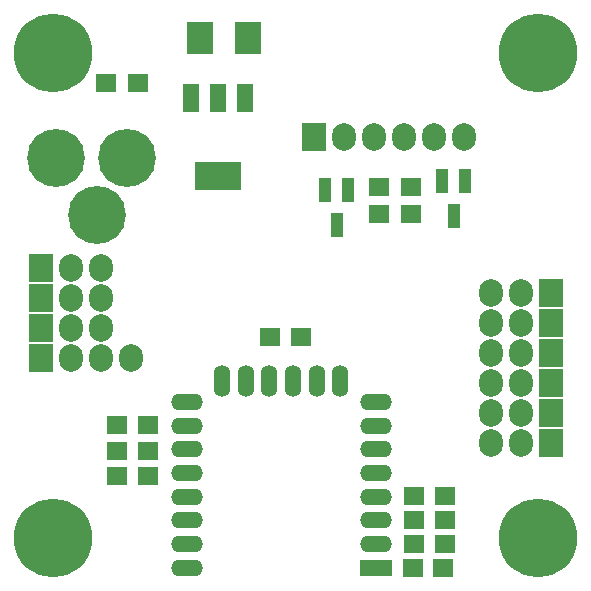
<source format=gbr>
G04 #@! TF.FileFunction,Soldermask,Top*
%FSLAX46Y46*%
G04 Gerber Fmt 4.6, Leading zero omitted, Abs format (unit mm)*
G04 Created by KiCad (PCBNEW (after 2015-mar-04 BZR unknown)-product) date 11/8/2016 10:56:30 AM*
%MOMM*%
G01*
G04 APERTURE LIST*
%ADD10C,0.150000*%
%ADD11O,1.404800X2.704800*%
%ADD12R,2.704800X1.404800*%
%ADD13O,2.704800X1.404800*%
%ADD14C,6.654800*%
%ADD15R,1.804800X1.604800*%
%ADD16R,3.962400X2.336800*%
%ADD17R,1.320800X2.336800*%
%ADD18R,2.304800X2.804800*%
%ADD19R,2.032000X2.336800*%
%ADD20O,2.032000X2.336800*%
%ADD21C,4.904800*%
%ADD22R,1.804800X1.554800*%
%ADD23R,1.104900X2.105660*%
G04 APERTURE END LIST*
D10*
D11*
X38285000Y-41781000D03*
X36285000Y-41781000D03*
X34285000Y-41781000D03*
X32285000Y-41781000D03*
X30285000Y-41781000D03*
X28285000Y-41781000D03*
D12*
X41275000Y-57531000D03*
D13*
X41275000Y-55531000D03*
X41275000Y-53531000D03*
X41275000Y-51531000D03*
X41275000Y-49531000D03*
X41275000Y-47531000D03*
X41275000Y-45531000D03*
X41275000Y-43531000D03*
X25275000Y-43531000D03*
X25275000Y-45531000D03*
X25275000Y-47531000D03*
X25275000Y-49531000D03*
X25275000Y-51531000D03*
X25275000Y-53531000D03*
X25275000Y-55531000D03*
X25275000Y-57531000D03*
D14*
X14000000Y-55000000D03*
X55000000Y-55000000D03*
X55000000Y-14000000D03*
X14000000Y-14000000D03*
D15*
X32305000Y-37973000D03*
X35005000Y-37973000D03*
D16*
X27940000Y-24384000D03*
D17*
X27940000Y-17780000D03*
X25654000Y-17780000D03*
X30226000Y-17780000D03*
D15*
X21162000Y-16510000D03*
X18462000Y-16510000D03*
D18*
X30448000Y-12700000D03*
X26448000Y-12700000D03*
D15*
X22051000Y-49784000D03*
X19351000Y-49784000D03*
X44497000Y-53467000D03*
X47197000Y-53467000D03*
D19*
X36068000Y-21082000D03*
D20*
X38608000Y-21082000D03*
X41148000Y-21082000D03*
X43688000Y-21082000D03*
X46228000Y-21082000D03*
X48768000Y-21082000D03*
D21*
X14200000Y-22900000D03*
X20200000Y-22900000D03*
X17700000Y-27700000D03*
D19*
X56134000Y-46990000D03*
D20*
X53594000Y-46990000D03*
X51054000Y-46990000D03*
D19*
X56134000Y-44450000D03*
D20*
X53594000Y-44450000D03*
X51054000Y-44450000D03*
D19*
X56134000Y-41910000D03*
D20*
X53594000Y-41910000D03*
X51054000Y-41910000D03*
D19*
X56134000Y-39370000D03*
D20*
X53594000Y-39370000D03*
X51054000Y-39370000D03*
D19*
X56134000Y-36830000D03*
D20*
X53594000Y-36830000D03*
X51054000Y-36830000D03*
D19*
X56134000Y-34290000D03*
D20*
X53594000Y-34290000D03*
X51054000Y-34290000D03*
D19*
X12954000Y-32131000D03*
D20*
X15494000Y-32131000D03*
X18034000Y-32131000D03*
D19*
X12954000Y-34671000D03*
D20*
X15494000Y-34671000D03*
X18034000Y-34671000D03*
D19*
X12954000Y-37211000D03*
D20*
X15494000Y-37211000D03*
X18034000Y-37211000D03*
D15*
X44497000Y-55499000D03*
X47197000Y-55499000D03*
X19351000Y-45466000D03*
X22051000Y-45466000D03*
X44497000Y-51435000D03*
X47197000Y-51435000D03*
X22051000Y-47625000D03*
X19351000Y-47625000D03*
D19*
X12954000Y-39751000D03*
D20*
X15494000Y-39751000D03*
X18034000Y-39751000D03*
X20574000Y-39751000D03*
D22*
X46970000Y-57531000D03*
X44470000Y-57531000D03*
D23*
X48829000Y-24787860D03*
X46929000Y-24787860D03*
X47879000Y-27790140D03*
X38923000Y-25549860D03*
X37023000Y-25549860D03*
X37973000Y-28552140D03*
D15*
X41576000Y-25273000D03*
X44276000Y-25273000D03*
X44276000Y-27559000D03*
X41576000Y-27559000D03*
M02*

</source>
